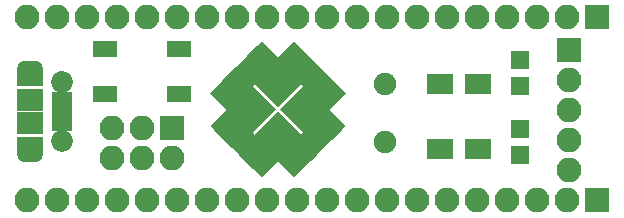
<source format=gts>
%TF.GenerationSoftware,KiCad,Pcbnew,4.0.7*%
%TF.CreationDate,2017-11-17T16:48:23+08:00*%
%TF.ProjectId,STM32F401CCT6,53544D333246343031434354362E6B69,rev?*%
%TF.FileFunction,Soldermask,Top*%
%FSLAX46Y46*%
G04 Gerber Fmt 4.6, Leading zero omitted, Abs format (unit mm)*
G04 Created by KiCad (PCBNEW 4.0.7) date 11/17/17 16:48:23*
%MOMM*%
%LPD*%
G01*
G04 APERTURE LIST*
%ADD10C,0.100000*%
%ADD11R,2.100000X2.100000*%
%ADD12O,2.100000X2.100000*%
%ADD13R,2.300000X1.700000*%
%ADD14C,1.900000*%
%ADD15R,1.600000X1.600000*%
%ADD16R,2.100000X1.400000*%
%ADD17R,2.300000X1.900000*%
%ADD18C,1.850000*%
%ADD19R,1.750000X0.800000*%
%ADD20O,2.300000X1.600000*%
%ADD21R,2.300000X1.600000*%
G04 APERTURE END LIST*
D10*
G36*
X27348435Y-11325872D02*
X28868714Y-12846151D01*
X28373739Y-13341126D01*
X26853460Y-11820847D01*
X27348435Y-11325872D01*
X27348435Y-11325872D01*
G37*
G36*
X26994882Y-11679425D02*
X28515161Y-13199704D01*
X28020186Y-13694679D01*
X26499907Y-12174400D01*
X26994882Y-11679425D01*
X26994882Y-11679425D01*
G37*
G36*
X26641328Y-12032979D02*
X28161607Y-13553258D01*
X27666632Y-14048233D01*
X26146353Y-12527954D01*
X26641328Y-12032979D01*
X26641328Y-12032979D01*
G37*
G36*
X26287775Y-12386532D02*
X27808054Y-13906811D01*
X27313079Y-14401786D01*
X25792800Y-12881507D01*
X26287775Y-12386532D01*
X26287775Y-12386532D01*
G37*
G36*
X25934222Y-12740085D02*
X27454501Y-14260364D01*
X26959526Y-14755339D01*
X25439247Y-13235060D01*
X25934222Y-12740085D01*
X25934222Y-12740085D01*
G37*
G36*
X26605972Y-15108893D02*
X25085693Y-13588614D01*
X25580668Y-13093639D01*
X27100947Y-14613918D01*
X26605972Y-15108893D01*
X26605972Y-15108893D01*
G37*
G36*
X25227115Y-13447192D02*
X26747394Y-14967471D01*
X26252419Y-15462446D01*
X24732140Y-13942167D01*
X25227115Y-13447192D01*
X25227115Y-13447192D01*
G37*
G36*
X24873561Y-13800746D02*
X26393840Y-15321025D01*
X25898865Y-15816000D01*
X24378586Y-14295721D01*
X24873561Y-13800746D01*
X24873561Y-13800746D01*
G37*
G36*
X24520008Y-14154299D02*
X26040287Y-15674578D01*
X25545312Y-16169553D01*
X24025033Y-14649274D01*
X24520008Y-14154299D01*
X24520008Y-14154299D01*
G37*
G36*
X24166455Y-14507852D02*
X25686734Y-16028131D01*
X25191759Y-16523106D01*
X23671480Y-15002827D01*
X24166455Y-14507852D01*
X24166455Y-14507852D01*
G37*
G36*
X23812901Y-14861406D02*
X25333180Y-16381685D01*
X24838205Y-16876660D01*
X23317926Y-15356381D01*
X23812901Y-14861406D01*
X23812901Y-14861406D01*
G37*
G36*
X23459348Y-15214959D02*
X24979627Y-16735238D01*
X24484652Y-17230213D01*
X22964373Y-15709934D01*
X23459348Y-15214959D01*
X23459348Y-15214959D01*
G37*
G36*
X24732140Y-8992419D02*
X26252419Y-7472140D01*
X26747394Y-7967115D01*
X25227115Y-9487394D01*
X24732140Y-8992419D01*
X24732140Y-8992419D01*
G37*
G36*
X25085693Y-9345972D02*
X26605972Y-7825693D01*
X27100947Y-8320668D01*
X25580668Y-9840947D01*
X25085693Y-9345972D01*
X25085693Y-9345972D01*
G37*
G36*
X25439247Y-9699526D02*
X26959526Y-8179247D01*
X27454501Y-8674222D01*
X25934222Y-10194501D01*
X25439247Y-9699526D01*
X25439247Y-9699526D01*
G37*
G36*
X25792800Y-10053079D02*
X27313079Y-8532800D01*
X27808054Y-9027775D01*
X26287775Y-10548054D01*
X25792800Y-10053079D01*
X25792800Y-10053079D01*
G37*
G36*
X26146353Y-10406632D02*
X27666632Y-8886353D01*
X28161607Y-9381328D01*
X26641328Y-10901607D01*
X26146353Y-10406632D01*
X26146353Y-10406632D01*
G37*
G36*
X26499907Y-10760186D02*
X28020186Y-9239907D01*
X28515161Y-9734882D01*
X26994882Y-11255161D01*
X26499907Y-10760186D01*
X26499907Y-10760186D01*
G37*
G36*
X24378586Y-8638865D02*
X25898865Y-7118586D01*
X26393840Y-7613561D01*
X24873561Y-9133840D01*
X24378586Y-8638865D01*
X24378586Y-8638865D01*
G37*
G36*
X26853460Y-11113739D02*
X28373739Y-9593460D01*
X28868714Y-10088435D01*
X27348435Y-11608714D01*
X26853460Y-11113739D01*
X26853460Y-11113739D01*
G37*
G36*
X24025033Y-8285312D02*
X25545312Y-6765033D01*
X26040287Y-7260008D01*
X24520008Y-8780287D01*
X24025033Y-8285312D01*
X24025033Y-8285312D01*
G37*
G36*
X23671480Y-7931759D02*
X25191759Y-6411480D01*
X25686734Y-6906455D01*
X24166455Y-8426734D01*
X23671480Y-7931759D01*
X23671480Y-7931759D01*
G37*
G36*
X23317926Y-7578205D02*
X24838205Y-6057926D01*
X25333180Y-6552901D01*
X23812901Y-8073180D01*
X23317926Y-7578205D01*
X23317926Y-7578205D01*
G37*
G36*
X22964373Y-7224652D02*
X24484652Y-5704373D01*
X24979627Y-6199348D01*
X23459348Y-7719627D01*
X22964373Y-7224652D01*
X22964373Y-7224652D01*
G37*
G36*
X19605616Y-7825693D02*
X21125895Y-9345972D01*
X20630920Y-9840947D01*
X19110641Y-8320668D01*
X19605616Y-7825693D01*
X19605616Y-7825693D01*
G37*
G36*
X19959169Y-7472140D02*
X21479448Y-8992419D01*
X20984473Y-9487394D01*
X19464194Y-7967115D01*
X19959169Y-7472140D01*
X19959169Y-7472140D01*
G37*
G36*
X20312723Y-7118586D02*
X21833002Y-8638865D01*
X21338027Y-9133840D01*
X19817748Y-7613561D01*
X20312723Y-7118586D01*
X20312723Y-7118586D01*
G37*
G36*
X20666276Y-6765033D02*
X22186555Y-8285312D01*
X21691580Y-8780287D01*
X20171301Y-7260008D01*
X20666276Y-6765033D01*
X20666276Y-6765033D01*
G37*
G36*
X21019829Y-6411480D02*
X22540108Y-7931759D01*
X22045133Y-8426734D01*
X20524854Y-6906455D01*
X21019829Y-6411480D01*
X21019829Y-6411480D01*
G37*
G36*
X21373383Y-6057926D02*
X22893662Y-7578205D01*
X22398687Y-8073180D01*
X20878408Y-6552901D01*
X21373383Y-6057926D01*
X21373383Y-6057926D01*
G37*
G36*
X21726936Y-5704373D02*
X23247215Y-7224652D01*
X22752240Y-7719627D01*
X21231961Y-6199348D01*
X21726936Y-5704373D01*
X21726936Y-5704373D01*
G37*
G36*
X19252062Y-8179247D02*
X20772341Y-9699526D01*
X20277366Y-10194501D01*
X18757087Y-8674222D01*
X19252062Y-8179247D01*
X19252062Y-8179247D01*
G37*
G36*
X18898509Y-8532800D02*
X20418788Y-10053079D01*
X19923813Y-10548054D01*
X18403534Y-9027775D01*
X18898509Y-8532800D01*
X18898509Y-8532800D01*
G37*
G36*
X18544956Y-8886353D02*
X20065235Y-10406632D01*
X19570260Y-10901607D01*
X18049981Y-9381328D01*
X18544956Y-8886353D01*
X18544956Y-8886353D01*
G37*
G36*
X18191402Y-9239907D02*
X19711681Y-10760186D01*
X19216706Y-11255161D01*
X17696427Y-9734882D01*
X18191402Y-9239907D01*
X18191402Y-9239907D01*
G37*
G36*
X17837849Y-9593460D02*
X19358128Y-11113739D01*
X18863153Y-11608714D01*
X17342874Y-10088435D01*
X17837849Y-9593460D01*
X17837849Y-9593460D01*
G37*
G36*
X19464194Y-14967471D02*
X20984473Y-13447192D01*
X21479448Y-13942167D01*
X19959169Y-15462446D01*
X19464194Y-14967471D01*
X19464194Y-14967471D01*
G37*
G36*
X19110641Y-14613918D02*
X20630920Y-13093639D01*
X21125895Y-13588614D01*
X19605616Y-15108893D01*
X19110641Y-14613918D01*
X19110641Y-14613918D01*
G37*
G36*
X19817748Y-15321025D02*
X21338027Y-13800746D01*
X21833002Y-14295721D01*
X20312723Y-15816000D01*
X19817748Y-15321025D01*
X19817748Y-15321025D01*
G37*
G36*
X20171301Y-15674578D02*
X21691580Y-14154299D01*
X22186555Y-14649274D01*
X20666276Y-16169553D01*
X20171301Y-15674578D01*
X20171301Y-15674578D01*
G37*
G36*
X20524854Y-16028131D02*
X22045133Y-14507852D01*
X22540108Y-15002827D01*
X21019829Y-16523106D01*
X20524854Y-16028131D01*
X20524854Y-16028131D01*
G37*
G36*
X20878408Y-16381685D02*
X22398687Y-14861406D01*
X22893662Y-15356381D01*
X21373383Y-16876660D01*
X20878408Y-16381685D01*
X20878408Y-16381685D01*
G37*
G36*
X21231961Y-16735238D02*
X22752240Y-15214959D01*
X23247215Y-15709934D01*
X21726936Y-17230213D01*
X21231961Y-16735238D01*
X21231961Y-16735238D01*
G37*
G36*
X18757087Y-14260364D02*
X20277366Y-12740085D01*
X20772341Y-13235060D01*
X19252062Y-14755339D01*
X18757087Y-14260364D01*
X18757087Y-14260364D01*
G37*
G36*
X18403534Y-13906811D02*
X19923813Y-12386532D01*
X20418788Y-12881507D01*
X18898509Y-14401786D01*
X18403534Y-13906811D01*
X18403534Y-13906811D01*
G37*
G36*
X18049981Y-13553258D02*
X19570260Y-12032979D01*
X20065235Y-12527954D01*
X18544956Y-14048233D01*
X18049981Y-13553258D01*
X18049981Y-13553258D01*
G37*
G36*
X17696427Y-13199704D02*
X19216706Y-11679425D01*
X19711681Y-12174400D01*
X18191402Y-13694679D01*
X17696427Y-13199704D01*
X17696427Y-13199704D01*
G37*
G36*
X17342874Y-12846151D02*
X18863153Y-11325872D01*
X19358128Y-11820847D01*
X17837849Y-13341126D01*
X17342874Y-12846151D01*
X17342874Y-12846151D01*
G37*
G36*
X25297825Y-9416683D02*
X27348435Y-11467293D01*
X25297825Y-13517903D01*
X23247215Y-11467293D01*
X25297825Y-9416683D01*
X25297825Y-9416683D01*
G37*
G36*
X20913763Y-9416683D02*
X22964373Y-11467293D01*
X20913763Y-13517903D01*
X18863153Y-11467293D01*
X20913763Y-9416683D01*
X20913763Y-9416683D01*
G37*
G36*
X23105794Y-11608714D02*
X25156404Y-13659324D01*
X23105794Y-15709934D01*
X21055184Y-13659324D01*
X23105794Y-11608714D01*
X23105794Y-11608714D01*
G37*
G36*
X23105794Y-7224652D02*
X25156404Y-9275262D01*
X23105794Y-11325872D01*
X21055184Y-9275262D01*
X23105794Y-7224652D01*
X23105794Y-7224652D01*
G37*
D11*
X47772000Y-6482000D03*
D12*
X47772000Y-9022000D03*
X47772000Y-11562000D03*
X47772000Y-14102000D03*
X47772000Y-16642000D03*
D13*
X36822000Y-9292000D03*
X36822000Y-14792000D03*
X40022000Y-14792000D03*
X40022000Y-9292000D03*
D14*
X32142000Y-14222000D03*
X32142000Y-9342000D03*
D15*
X43592000Y-13162000D03*
X43592000Y-15362000D03*
X43592000Y-7322000D03*
X43592000Y-9522000D03*
D16*
X8472000Y-6332000D03*
X14772000Y-6332000D03*
X8472000Y-10132000D03*
X14772000Y-10132000D03*
D17*
X2102000Y-12652000D03*
D18*
X4802000Y-9152000D03*
D19*
X4802000Y-11002000D03*
X4802000Y-10352000D03*
X4802000Y-12952000D03*
X4802000Y-12302000D03*
X4802000Y-11652000D03*
D18*
X4802000Y-14152000D03*
D17*
X2102000Y-10652000D03*
D20*
X2102000Y-8152000D03*
X2102000Y-15152000D03*
D21*
X2102000Y-14552000D03*
X2102000Y-8752000D03*
D11*
X50152000Y-19182000D03*
D12*
X47612000Y-19182000D03*
X45072000Y-19182000D03*
X42532000Y-19182000D03*
X39992000Y-19182000D03*
X37452000Y-19182000D03*
X34912000Y-19182000D03*
X32372000Y-19182000D03*
X29832000Y-19182000D03*
X27292000Y-19182000D03*
X24752000Y-19182000D03*
X22212000Y-19182000D03*
X19672000Y-19182000D03*
X17132000Y-19182000D03*
X14592000Y-19182000D03*
X12052000Y-19182000D03*
X9512000Y-19182000D03*
X6972000Y-19182000D03*
X4432000Y-19182000D03*
X1892000Y-19182000D03*
D11*
X50152000Y-3682000D03*
D12*
X47612000Y-3682000D03*
X45072000Y-3682000D03*
X42532000Y-3682000D03*
X39992000Y-3682000D03*
X37452000Y-3682000D03*
X34912000Y-3682000D03*
X32372000Y-3682000D03*
X29832000Y-3682000D03*
X27292000Y-3682000D03*
X24752000Y-3682000D03*
X22212000Y-3682000D03*
X19672000Y-3682000D03*
X17132000Y-3682000D03*
X14592000Y-3682000D03*
X12052000Y-3682000D03*
X9512000Y-3682000D03*
X6972000Y-3682000D03*
X4432000Y-3682000D03*
X1892000Y-3682000D03*
D11*
X14110000Y-13080000D03*
D12*
X14110000Y-15620000D03*
X11570000Y-13080000D03*
X11570000Y-15620000D03*
X9030000Y-13080000D03*
X9030000Y-15620000D03*
M02*

</source>
